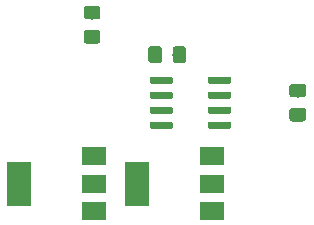
<source format=gbr>
G04 #@! TF.GenerationSoftware,KiCad,Pcbnew,(5.1.4-0-10_14)*
G04 #@! TF.CreationDate,2020-02-11T17:38:49-05:00*
G04 #@! TF.ProjectId,Chinchou,4368696e-6368-46f7-952e-6b696361645f,rev?*
G04 #@! TF.SameCoordinates,Original*
G04 #@! TF.FileFunction,Paste,Bot*
G04 #@! TF.FilePolarity,Positive*
%FSLAX46Y46*%
G04 Gerber Fmt 4.6, Leading zero omitted, Abs format (unit mm)*
G04 Created by KiCad (PCBNEW (5.1.4-0-10_14)) date 2020-02-11 17:38:49*
%MOMM*%
%LPD*%
G04 APERTURE LIST*
%ADD10R,2.000000X1.500000*%
%ADD11R,2.000000X3.800000*%
%ADD12C,0.100000*%
%ADD13C,1.150000*%
%ADD14C,0.600000*%
G04 APERTURE END LIST*
D10*
X30734000Y-29323000D03*
X30734000Y-33923000D03*
X30734000Y-31623000D03*
D11*
X24434000Y-31623000D03*
D12*
G36*
X36281505Y-20002204D02*
G01*
X36305773Y-20005804D01*
X36329572Y-20011765D01*
X36352671Y-20020030D01*
X36374850Y-20030520D01*
X36395893Y-20043132D01*
X36415599Y-20057747D01*
X36433777Y-20074223D01*
X36450253Y-20092401D01*
X36464868Y-20112107D01*
X36477480Y-20133150D01*
X36487970Y-20155329D01*
X36496235Y-20178428D01*
X36502196Y-20202227D01*
X36505796Y-20226495D01*
X36507000Y-20250999D01*
X36507000Y-21151001D01*
X36505796Y-21175505D01*
X36502196Y-21199773D01*
X36496235Y-21223572D01*
X36487970Y-21246671D01*
X36477480Y-21268850D01*
X36464868Y-21289893D01*
X36450253Y-21309599D01*
X36433777Y-21327777D01*
X36415599Y-21344253D01*
X36395893Y-21358868D01*
X36374850Y-21371480D01*
X36352671Y-21381970D01*
X36329572Y-21390235D01*
X36305773Y-21396196D01*
X36281505Y-21399796D01*
X36257001Y-21401000D01*
X35606999Y-21401000D01*
X35582495Y-21399796D01*
X35558227Y-21396196D01*
X35534428Y-21390235D01*
X35511329Y-21381970D01*
X35489150Y-21371480D01*
X35468107Y-21358868D01*
X35448401Y-21344253D01*
X35430223Y-21327777D01*
X35413747Y-21309599D01*
X35399132Y-21289893D01*
X35386520Y-21268850D01*
X35376030Y-21246671D01*
X35367765Y-21223572D01*
X35361804Y-21199773D01*
X35358204Y-21175505D01*
X35357000Y-21151001D01*
X35357000Y-20250999D01*
X35358204Y-20226495D01*
X35361804Y-20202227D01*
X35367765Y-20178428D01*
X35376030Y-20155329D01*
X35386520Y-20133150D01*
X35399132Y-20112107D01*
X35413747Y-20092401D01*
X35430223Y-20074223D01*
X35448401Y-20057747D01*
X35468107Y-20043132D01*
X35489150Y-20030520D01*
X35511329Y-20020030D01*
X35534428Y-20011765D01*
X35558227Y-20005804D01*
X35582495Y-20002204D01*
X35606999Y-20001000D01*
X36257001Y-20001000D01*
X36281505Y-20002204D01*
X36281505Y-20002204D01*
G37*
D13*
X35932000Y-20701000D03*
D12*
G36*
X38331505Y-20002204D02*
G01*
X38355773Y-20005804D01*
X38379572Y-20011765D01*
X38402671Y-20020030D01*
X38424850Y-20030520D01*
X38445893Y-20043132D01*
X38465599Y-20057747D01*
X38483777Y-20074223D01*
X38500253Y-20092401D01*
X38514868Y-20112107D01*
X38527480Y-20133150D01*
X38537970Y-20155329D01*
X38546235Y-20178428D01*
X38552196Y-20202227D01*
X38555796Y-20226495D01*
X38557000Y-20250999D01*
X38557000Y-21151001D01*
X38555796Y-21175505D01*
X38552196Y-21199773D01*
X38546235Y-21223572D01*
X38537970Y-21246671D01*
X38527480Y-21268850D01*
X38514868Y-21289893D01*
X38500253Y-21309599D01*
X38483777Y-21327777D01*
X38465599Y-21344253D01*
X38445893Y-21358868D01*
X38424850Y-21371480D01*
X38402671Y-21381970D01*
X38379572Y-21390235D01*
X38355773Y-21396196D01*
X38331505Y-21399796D01*
X38307001Y-21401000D01*
X37656999Y-21401000D01*
X37632495Y-21399796D01*
X37608227Y-21396196D01*
X37584428Y-21390235D01*
X37561329Y-21381970D01*
X37539150Y-21371480D01*
X37518107Y-21358868D01*
X37498401Y-21344253D01*
X37480223Y-21327777D01*
X37463747Y-21309599D01*
X37449132Y-21289893D01*
X37436520Y-21268850D01*
X37426030Y-21246671D01*
X37417765Y-21223572D01*
X37411804Y-21199773D01*
X37408204Y-21175505D01*
X37407000Y-21151001D01*
X37407000Y-20250999D01*
X37408204Y-20226495D01*
X37411804Y-20202227D01*
X37417765Y-20178428D01*
X37426030Y-20155329D01*
X37436520Y-20133150D01*
X37449132Y-20112107D01*
X37463747Y-20092401D01*
X37480223Y-20074223D01*
X37498401Y-20057747D01*
X37518107Y-20043132D01*
X37539150Y-20030520D01*
X37561329Y-20020030D01*
X37584428Y-20011765D01*
X37608227Y-20005804D01*
X37632495Y-20002204D01*
X37656999Y-20001000D01*
X38307001Y-20001000D01*
X38331505Y-20002204D01*
X38331505Y-20002204D01*
G37*
D13*
X37982000Y-20701000D03*
D12*
G36*
X48480505Y-23166204D02*
G01*
X48504773Y-23169804D01*
X48528572Y-23175765D01*
X48551671Y-23184030D01*
X48573850Y-23194520D01*
X48594893Y-23207132D01*
X48614599Y-23221747D01*
X48632777Y-23238223D01*
X48649253Y-23256401D01*
X48663868Y-23276107D01*
X48676480Y-23297150D01*
X48686970Y-23319329D01*
X48695235Y-23342428D01*
X48701196Y-23366227D01*
X48704796Y-23390495D01*
X48706000Y-23414999D01*
X48706000Y-24065001D01*
X48704796Y-24089505D01*
X48701196Y-24113773D01*
X48695235Y-24137572D01*
X48686970Y-24160671D01*
X48676480Y-24182850D01*
X48663868Y-24203893D01*
X48649253Y-24223599D01*
X48632777Y-24241777D01*
X48614599Y-24258253D01*
X48594893Y-24272868D01*
X48573850Y-24285480D01*
X48551671Y-24295970D01*
X48528572Y-24304235D01*
X48504773Y-24310196D01*
X48480505Y-24313796D01*
X48456001Y-24315000D01*
X47555999Y-24315000D01*
X47531495Y-24313796D01*
X47507227Y-24310196D01*
X47483428Y-24304235D01*
X47460329Y-24295970D01*
X47438150Y-24285480D01*
X47417107Y-24272868D01*
X47397401Y-24258253D01*
X47379223Y-24241777D01*
X47362747Y-24223599D01*
X47348132Y-24203893D01*
X47335520Y-24182850D01*
X47325030Y-24160671D01*
X47316765Y-24137572D01*
X47310804Y-24113773D01*
X47307204Y-24089505D01*
X47306000Y-24065001D01*
X47306000Y-23414999D01*
X47307204Y-23390495D01*
X47310804Y-23366227D01*
X47316765Y-23342428D01*
X47325030Y-23319329D01*
X47335520Y-23297150D01*
X47348132Y-23276107D01*
X47362747Y-23256401D01*
X47379223Y-23238223D01*
X47397401Y-23221747D01*
X47417107Y-23207132D01*
X47438150Y-23194520D01*
X47460329Y-23184030D01*
X47483428Y-23175765D01*
X47507227Y-23169804D01*
X47531495Y-23166204D01*
X47555999Y-23165000D01*
X48456001Y-23165000D01*
X48480505Y-23166204D01*
X48480505Y-23166204D01*
G37*
D13*
X48006000Y-23740000D03*
D12*
G36*
X48480505Y-25216204D02*
G01*
X48504773Y-25219804D01*
X48528572Y-25225765D01*
X48551671Y-25234030D01*
X48573850Y-25244520D01*
X48594893Y-25257132D01*
X48614599Y-25271747D01*
X48632777Y-25288223D01*
X48649253Y-25306401D01*
X48663868Y-25326107D01*
X48676480Y-25347150D01*
X48686970Y-25369329D01*
X48695235Y-25392428D01*
X48701196Y-25416227D01*
X48704796Y-25440495D01*
X48706000Y-25464999D01*
X48706000Y-26115001D01*
X48704796Y-26139505D01*
X48701196Y-26163773D01*
X48695235Y-26187572D01*
X48686970Y-26210671D01*
X48676480Y-26232850D01*
X48663868Y-26253893D01*
X48649253Y-26273599D01*
X48632777Y-26291777D01*
X48614599Y-26308253D01*
X48594893Y-26322868D01*
X48573850Y-26335480D01*
X48551671Y-26345970D01*
X48528572Y-26354235D01*
X48504773Y-26360196D01*
X48480505Y-26363796D01*
X48456001Y-26365000D01*
X47555999Y-26365000D01*
X47531495Y-26363796D01*
X47507227Y-26360196D01*
X47483428Y-26354235D01*
X47460329Y-26345970D01*
X47438150Y-26335480D01*
X47417107Y-26322868D01*
X47397401Y-26308253D01*
X47379223Y-26291777D01*
X47362747Y-26273599D01*
X47348132Y-26253893D01*
X47335520Y-26232850D01*
X47325030Y-26210671D01*
X47316765Y-26187572D01*
X47310804Y-26163773D01*
X47307204Y-26139505D01*
X47306000Y-26115001D01*
X47306000Y-25464999D01*
X47307204Y-25440495D01*
X47310804Y-25416227D01*
X47316765Y-25392428D01*
X47325030Y-25369329D01*
X47335520Y-25347150D01*
X47348132Y-25326107D01*
X47362747Y-25306401D01*
X47379223Y-25288223D01*
X47397401Y-25271747D01*
X47417107Y-25257132D01*
X47438150Y-25244520D01*
X47460329Y-25234030D01*
X47483428Y-25225765D01*
X47507227Y-25219804D01*
X47531495Y-25216204D01*
X47555999Y-25215000D01*
X48456001Y-25215000D01*
X48480505Y-25216204D01*
X48480505Y-25216204D01*
G37*
D13*
X48006000Y-25790000D03*
D10*
X40717000Y-29323000D03*
X40717000Y-33923000D03*
X40717000Y-31623000D03*
D11*
X34417000Y-31623000D03*
D12*
G36*
X42241703Y-26370722D02*
G01*
X42256264Y-26372882D01*
X42270543Y-26376459D01*
X42284403Y-26381418D01*
X42297710Y-26387712D01*
X42310336Y-26395280D01*
X42322159Y-26404048D01*
X42333066Y-26413934D01*
X42342952Y-26424841D01*
X42351720Y-26436664D01*
X42359288Y-26449290D01*
X42365582Y-26462597D01*
X42370541Y-26476457D01*
X42374118Y-26490736D01*
X42376278Y-26505297D01*
X42377000Y-26520000D01*
X42377000Y-26820000D01*
X42376278Y-26834703D01*
X42374118Y-26849264D01*
X42370541Y-26863543D01*
X42365582Y-26877403D01*
X42359288Y-26890710D01*
X42351720Y-26903336D01*
X42342952Y-26915159D01*
X42333066Y-26926066D01*
X42322159Y-26935952D01*
X42310336Y-26944720D01*
X42297710Y-26952288D01*
X42284403Y-26958582D01*
X42270543Y-26963541D01*
X42256264Y-26967118D01*
X42241703Y-26969278D01*
X42227000Y-26970000D01*
X40577000Y-26970000D01*
X40562297Y-26969278D01*
X40547736Y-26967118D01*
X40533457Y-26963541D01*
X40519597Y-26958582D01*
X40506290Y-26952288D01*
X40493664Y-26944720D01*
X40481841Y-26935952D01*
X40470934Y-26926066D01*
X40461048Y-26915159D01*
X40452280Y-26903336D01*
X40444712Y-26890710D01*
X40438418Y-26877403D01*
X40433459Y-26863543D01*
X40429882Y-26849264D01*
X40427722Y-26834703D01*
X40427000Y-26820000D01*
X40427000Y-26520000D01*
X40427722Y-26505297D01*
X40429882Y-26490736D01*
X40433459Y-26476457D01*
X40438418Y-26462597D01*
X40444712Y-26449290D01*
X40452280Y-26436664D01*
X40461048Y-26424841D01*
X40470934Y-26413934D01*
X40481841Y-26404048D01*
X40493664Y-26395280D01*
X40506290Y-26387712D01*
X40519597Y-26381418D01*
X40533457Y-26376459D01*
X40547736Y-26372882D01*
X40562297Y-26370722D01*
X40577000Y-26370000D01*
X42227000Y-26370000D01*
X42241703Y-26370722D01*
X42241703Y-26370722D01*
G37*
D14*
X41402000Y-26670000D03*
D12*
G36*
X42241703Y-25100722D02*
G01*
X42256264Y-25102882D01*
X42270543Y-25106459D01*
X42284403Y-25111418D01*
X42297710Y-25117712D01*
X42310336Y-25125280D01*
X42322159Y-25134048D01*
X42333066Y-25143934D01*
X42342952Y-25154841D01*
X42351720Y-25166664D01*
X42359288Y-25179290D01*
X42365582Y-25192597D01*
X42370541Y-25206457D01*
X42374118Y-25220736D01*
X42376278Y-25235297D01*
X42377000Y-25250000D01*
X42377000Y-25550000D01*
X42376278Y-25564703D01*
X42374118Y-25579264D01*
X42370541Y-25593543D01*
X42365582Y-25607403D01*
X42359288Y-25620710D01*
X42351720Y-25633336D01*
X42342952Y-25645159D01*
X42333066Y-25656066D01*
X42322159Y-25665952D01*
X42310336Y-25674720D01*
X42297710Y-25682288D01*
X42284403Y-25688582D01*
X42270543Y-25693541D01*
X42256264Y-25697118D01*
X42241703Y-25699278D01*
X42227000Y-25700000D01*
X40577000Y-25700000D01*
X40562297Y-25699278D01*
X40547736Y-25697118D01*
X40533457Y-25693541D01*
X40519597Y-25688582D01*
X40506290Y-25682288D01*
X40493664Y-25674720D01*
X40481841Y-25665952D01*
X40470934Y-25656066D01*
X40461048Y-25645159D01*
X40452280Y-25633336D01*
X40444712Y-25620710D01*
X40438418Y-25607403D01*
X40433459Y-25593543D01*
X40429882Y-25579264D01*
X40427722Y-25564703D01*
X40427000Y-25550000D01*
X40427000Y-25250000D01*
X40427722Y-25235297D01*
X40429882Y-25220736D01*
X40433459Y-25206457D01*
X40438418Y-25192597D01*
X40444712Y-25179290D01*
X40452280Y-25166664D01*
X40461048Y-25154841D01*
X40470934Y-25143934D01*
X40481841Y-25134048D01*
X40493664Y-25125280D01*
X40506290Y-25117712D01*
X40519597Y-25111418D01*
X40533457Y-25106459D01*
X40547736Y-25102882D01*
X40562297Y-25100722D01*
X40577000Y-25100000D01*
X42227000Y-25100000D01*
X42241703Y-25100722D01*
X42241703Y-25100722D01*
G37*
D14*
X41402000Y-25400000D03*
D12*
G36*
X42241703Y-23830722D02*
G01*
X42256264Y-23832882D01*
X42270543Y-23836459D01*
X42284403Y-23841418D01*
X42297710Y-23847712D01*
X42310336Y-23855280D01*
X42322159Y-23864048D01*
X42333066Y-23873934D01*
X42342952Y-23884841D01*
X42351720Y-23896664D01*
X42359288Y-23909290D01*
X42365582Y-23922597D01*
X42370541Y-23936457D01*
X42374118Y-23950736D01*
X42376278Y-23965297D01*
X42377000Y-23980000D01*
X42377000Y-24280000D01*
X42376278Y-24294703D01*
X42374118Y-24309264D01*
X42370541Y-24323543D01*
X42365582Y-24337403D01*
X42359288Y-24350710D01*
X42351720Y-24363336D01*
X42342952Y-24375159D01*
X42333066Y-24386066D01*
X42322159Y-24395952D01*
X42310336Y-24404720D01*
X42297710Y-24412288D01*
X42284403Y-24418582D01*
X42270543Y-24423541D01*
X42256264Y-24427118D01*
X42241703Y-24429278D01*
X42227000Y-24430000D01*
X40577000Y-24430000D01*
X40562297Y-24429278D01*
X40547736Y-24427118D01*
X40533457Y-24423541D01*
X40519597Y-24418582D01*
X40506290Y-24412288D01*
X40493664Y-24404720D01*
X40481841Y-24395952D01*
X40470934Y-24386066D01*
X40461048Y-24375159D01*
X40452280Y-24363336D01*
X40444712Y-24350710D01*
X40438418Y-24337403D01*
X40433459Y-24323543D01*
X40429882Y-24309264D01*
X40427722Y-24294703D01*
X40427000Y-24280000D01*
X40427000Y-23980000D01*
X40427722Y-23965297D01*
X40429882Y-23950736D01*
X40433459Y-23936457D01*
X40438418Y-23922597D01*
X40444712Y-23909290D01*
X40452280Y-23896664D01*
X40461048Y-23884841D01*
X40470934Y-23873934D01*
X40481841Y-23864048D01*
X40493664Y-23855280D01*
X40506290Y-23847712D01*
X40519597Y-23841418D01*
X40533457Y-23836459D01*
X40547736Y-23832882D01*
X40562297Y-23830722D01*
X40577000Y-23830000D01*
X42227000Y-23830000D01*
X42241703Y-23830722D01*
X42241703Y-23830722D01*
G37*
D14*
X41402000Y-24130000D03*
D12*
G36*
X42241703Y-22560722D02*
G01*
X42256264Y-22562882D01*
X42270543Y-22566459D01*
X42284403Y-22571418D01*
X42297710Y-22577712D01*
X42310336Y-22585280D01*
X42322159Y-22594048D01*
X42333066Y-22603934D01*
X42342952Y-22614841D01*
X42351720Y-22626664D01*
X42359288Y-22639290D01*
X42365582Y-22652597D01*
X42370541Y-22666457D01*
X42374118Y-22680736D01*
X42376278Y-22695297D01*
X42377000Y-22710000D01*
X42377000Y-23010000D01*
X42376278Y-23024703D01*
X42374118Y-23039264D01*
X42370541Y-23053543D01*
X42365582Y-23067403D01*
X42359288Y-23080710D01*
X42351720Y-23093336D01*
X42342952Y-23105159D01*
X42333066Y-23116066D01*
X42322159Y-23125952D01*
X42310336Y-23134720D01*
X42297710Y-23142288D01*
X42284403Y-23148582D01*
X42270543Y-23153541D01*
X42256264Y-23157118D01*
X42241703Y-23159278D01*
X42227000Y-23160000D01*
X40577000Y-23160000D01*
X40562297Y-23159278D01*
X40547736Y-23157118D01*
X40533457Y-23153541D01*
X40519597Y-23148582D01*
X40506290Y-23142288D01*
X40493664Y-23134720D01*
X40481841Y-23125952D01*
X40470934Y-23116066D01*
X40461048Y-23105159D01*
X40452280Y-23093336D01*
X40444712Y-23080710D01*
X40438418Y-23067403D01*
X40433459Y-23053543D01*
X40429882Y-23039264D01*
X40427722Y-23024703D01*
X40427000Y-23010000D01*
X40427000Y-22710000D01*
X40427722Y-22695297D01*
X40429882Y-22680736D01*
X40433459Y-22666457D01*
X40438418Y-22652597D01*
X40444712Y-22639290D01*
X40452280Y-22626664D01*
X40461048Y-22614841D01*
X40470934Y-22603934D01*
X40481841Y-22594048D01*
X40493664Y-22585280D01*
X40506290Y-22577712D01*
X40519597Y-22571418D01*
X40533457Y-22566459D01*
X40547736Y-22562882D01*
X40562297Y-22560722D01*
X40577000Y-22560000D01*
X42227000Y-22560000D01*
X42241703Y-22560722D01*
X42241703Y-22560722D01*
G37*
D14*
X41402000Y-22860000D03*
D12*
G36*
X37291703Y-22560722D02*
G01*
X37306264Y-22562882D01*
X37320543Y-22566459D01*
X37334403Y-22571418D01*
X37347710Y-22577712D01*
X37360336Y-22585280D01*
X37372159Y-22594048D01*
X37383066Y-22603934D01*
X37392952Y-22614841D01*
X37401720Y-22626664D01*
X37409288Y-22639290D01*
X37415582Y-22652597D01*
X37420541Y-22666457D01*
X37424118Y-22680736D01*
X37426278Y-22695297D01*
X37427000Y-22710000D01*
X37427000Y-23010000D01*
X37426278Y-23024703D01*
X37424118Y-23039264D01*
X37420541Y-23053543D01*
X37415582Y-23067403D01*
X37409288Y-23080710D01*
X37401720Y-23093336D01*
X37392952Y-23105159D01*
X37383066Y-23116066D01*
X37372159Y-23125952D01*
X37360336Y-23134720D01*
X37347710Y-23142288D01*
X37334403Y-23148582D01*
X37320543Y-23153541D01*
X37306264Y-23157118D01*
X37291703Y-23159278D01*
X37277000Y-23160000D01*
X35627000Y-23160000D01*
X35612297Y-23159278D01*
X35597736Y-23157118D01*
X35583457Y-23153541D01*
X35569597Y-23148582D01*
X35556290Y-23142288D01*
X35543664Y-23134720D01*
X35531841Y-23125952D01*
X35520934Y-23116066D01*
X35511048Y-23105159D01*
X35502280Y-23093336D01*
X35494712Y-23080710D01*
X35488418Y-23067403D01*
X35483459Y-23053543D01*
X35479882Y-23039264D01*
X35477722Y-23024703D01*
X35477000Y-23010000D01*
X35477000Y-22710000D01*
X35477722Y-22695297D01*
X35479882Y-22680736D01*
X35483459Y-22666457D01*
X35488418Y-22652597D01*
X35494712Y-22639290D01*
X35502280Y-22626664D01*
X35511048Y-22614841D01*
X35520934Y-22603934D01*
X35531841Y-22594048D01*
X35543664Y-22585280D01*
X35556290Y-22577712D01*
X35569597Y-22571418D01*
X35583457Y-22566459D01*
X35597736Y-22562882D01*
X35612297Y-22560722D01*
X35627000Y-22560000D01*
X37277000Y-22560000D01*
X37291703Y-22560722D01*
X37291703Y-22560722D01*
G37*
D14*
X36452000Y-22860000D03*
D12*
G36*
X37291703Y-23830722D02*
G01*
X37306264Y-23832882D01*
X37320543Y-23836459D01*
X37334403Y-23841418D01*
X37347710Y-23847712D01*
X37360336Y-23855280D01*
X37372159Y-23864048D01*
X37383066Y-23873934D01*
X37392952Y-23884841D01*
X37401720Y-23896664D01*
X37409288Y-23909290D01*
X37415582Y-23922597D01*
X37420541Y-23936457D01*
X37424118Y-23950736D01*
X37426278Y-23965297D01*
X37427000Y-23980000D01*
X37427000Y-24280000D01*
X37426278Y-24294703D01*
X37424118Y-24309264D01*
X37420541Y-24323543D01*
X37415582Y-24337403D01*
X37409288Y-24350710D01*
X37401720Y-24363336D01*
X37392952Y-24375159D01*
X37383066Y-24386066D01*
X37372159Y-24395952D01*
X37360336Y-24404720D01*
X37347710Y-24412288D01*
X37334403Y-24418582D01*
X37320543Y-24423541D01*
X37306264Y-24427118D01*
X37291703Y-24429278D01*
X37277000Y-24430000D01*
X35627000Y-24430000D01*
X35612297Y-24429278D01*
X35597736Y-24427118D01*
X35583457Y-24423541D01*
X35569597Y-24418582D01*
X35556290Y-24412288D01*
X35543664Y-24404720D01*
X35531841Y-24395952D01*
X35520934Y-24386066D01*
X35511048Y-24375159D01*
X35502280Y-24363336D01*
X35494712Y-24350710D01*
X35488418Y-24337403D01*
X35483459Y-24323543D01*
X35479882Y-24309264D01*
X35477722Y-24294703D01*
X35477000Y-24280000D01*
X35477000Y-23980000D01*
X35477722Y-23965297D01*
X35479882Y-23950736D01*
X35483459Y-23936457D01*
X35488418Y-23922597D01*
X35494712Y-23909290D01*
X35502280Y-23896664D01*
X35511048Y-23884841D01*
X35520934Y-23873934D01*
X35531841Y-23864048D01*
X35543664Y-23855280D01*
X35556290Y-23847712D01*
X35569597Y-23841418D01*
X35583457Y-23836459D01*
X35597736Y-23832882D01*
X35612297Y-23830722D01*
X35627000Y-23830000D01*
X37277000Y-23830000D01*
X37291703Y-23830722D01*
X37291703Y-23830722D01*
G37*
D14*
X36452000Y-24130000D03*
D12*
G36*
X37291703Y-25100722D02*
G01*
X37306264Y-25102882D01*
X37320543Y-25106459D01*
X37334403Y-25111418D01*
X37347710Y-25117712D01*
X37360336Y-25125280D01*
X37372159Y-25134048D01*
X37383066Y-25143934D01*
X37392952Y-25154841D01*
X37401720Y-25166664D01*
X37409288Y-25179290D01*
X37415582Y-25192597D01*
X37420541Y-25206457D01*
X37424118Y-25220736D01*
X37426278Y-25235297D01*
X37427000Y-25250000D01*
X37427000Y-25550000D01*
X37426278Y-25564703D01*
X37424118Y-25579264D01*
X37420541Y-25593543D01*
X37415582Y-25607403D01*
X37409288Y-25620710D01*
X37401720Y-25633336D01*
X37392952Y-25645159D01*
X37383066Y-25656066D01*
X37372159Y-25665952D01*
X37360336Y-25674720D01*
X37347710Y-25682288D01*
X37334403Y-25688582D01*
X37320543Y-25693541D01*
X37306264Y-25697118D01*
X37291703Y-25699278D01*
X37277000Y-25700000D01*
X35627000Y-25700000D01*
X35612297Y-25699278D01*
X35597736Y-25697118D01*
X35583457Y-25693541D01*
X35569597Y-25688582D01*
X35556290Y-25682288D01*
X35543664Y-25674720D01*
X35531841Y-25665952D01*
X35520934Y-25656066D01*
X35511048Y-25645159D01*
X35502280Y-25633336D01*
X35494712Y-25620710D01*
X35488418Y-25607403D01*
X35483459Y-25593543D01*
X35479882Y-25579264D01*
X35477722Y-25564703D01*
X35477000Y-25550000D01*
X35477000Y-25250000D01*
X35477722Y-25235297D01*
X35479882Y-25220736D01*
X35483459Y-25206457D01*
X35488418Y-25192597D01*
X35494712Y-25179290D01*
X35502280Y-25166664D01*
X35511048Y-25154841D01*
X35520934Y-25143934D01*
X35531841Y-25134048D01*
X35543664Y-25125280D01*
X35556290Y-25117712D01*
X35569597Y-25111418D01*
X35583457Y-25106459D01*
X35597736Y-25102882D01*
X35612297Y-25100722D01*
X35627000Y-25100000D01*
X37277000Y-25100000D01*
X37291703Y-25100722D01*
X37291703Y-25100722D01*
G37*
D14*
X36452000Y-25400000D03*
D12*
G36*
X37291703Y-26370722D02*
G01*
X37306264Y-26372882D01*
X37320543Y-26376459D01*
X37334403Y-26381418D01*
X37347710Y-26387712D01*
X37360336Y-26395280D01*
X37372159Y-26404048D01*
X37383066Y-26413934D01*
X37392952Y-26424841D01*
X37401720Y-26436664D01*
X37409288Y-26449290D01*
X37415582Y-26462597D01*
X37420541Y-26476457D01*
X37424118Y-26490736D01*
X37426278Y-26505297D01*
X37427000Y-26520000D01*
X37427000Y-26820000D01*
X37426278Y-26834703D01*
X37424118Y-26849264D01*
X37420541Y-26863543D01*
X37415582Y-26877403D01*
X37409288Y-26890710D01*
X37401720Y-26903336D01*
X37392952Y-26915159D01*
X37383066Y-26926066D01*
X37372159Y-26935952D01*
X37360336Y-26944720D01*
X37347710Y-26952288D01*
X37334403Y-26958582D01*
X37320543Y-26963541D01*
X37306264Y-26967118D01*
X37291703Y-26969278D01*
X37277000Y-26970000D01*
X35627000Y-26970000D01*
X35612297Y-26969278D01*
X35597736Y-26967118D01*
X35583457Y-26963541D01*
X35569597Y-26958582D01*
X35556290Y-26952288D01*
X35543664Y-26944720D01*
X35531841Y-26935952D01*
X35520934Y-26926066D01*
X35511048Y-26915159D01*
X35502280Y-26903336D01*
X35494712Y-26890710D01*
X35488418Y-26877403D01*
X35483459Y-26863543D01*
X35479882Y-26849264D01*
X35477722Y-26834703D01*
X35477000Y-26820000D01*
X35477000Y-26520000D01*
X35477722Y-26505297D01*
X35479882Y-26490736D01*
X35483459Y-26476457D01*
X35488418Y-26462597D01*
X35494712Y-26449290D01*
X35502280Y-26436664D01*
X35511048Y-26424841D01*
X35520934Y-26413934D01*
X35531841Y-26404048D01*
X35543664Y-26395280D01*
X35556290Y-26387712D01*
X35569597Y-26381418D01*
X35583457Y-26376459D01*
X35597736Y-26372882D01*
X35612297Y-26370722D01*
X35627000Y-26370000D01*
X37277000Y-26370000D01*
X37291703Y-26370722D01*
X37291703Y-26370722D01*
G37*
D14*
X36452000Y-26670000D03*
D12*
G36*
X31081505Y-16571204D02*
G01*
X31105773Y-16574804D01*
X31129572Y-16580765D01*
X31152671Y-16589030D01*
X31174850Y-16599520D01*
X31195893Y-16612132D01*
X31215599Y-16626747D01*
X31233777Y-16643223D01*
X31250253Y-16661401D01*
X31264868Y-16681107D01*
X31277480Y-16702150D01*
X31287970Y-16724329D01*
X31296235Y-16747428D01*
X31302196Y-16771227D01*
X31305796Y-16795495D01*
X31307000Y-16819999D01*
X31307000Y-17470001D01*
X31305796Y-17494505D01*
X31302196Y-17518773D01*
X31296235Y-17542572D01*
X31287970Y-17565671D01*
X31277480Y-17587850D01*
X31264868Y-17608893D01*
X31250253Y-17628599D01*
X31233777Y-17646777D01*
X31215599Y-17663253D01*
X31195893Y-17677868D01*
X31174850Y-17690480D01*
X31152671Y-17700970D01*
X31129572Y-17709235D01*
X31105773Y-17715196D01*
X31081505Y-17718796D01*
X31057001Y-17720000D01*
X30156999Y-17720000D01*
X30132495Y-17718796D01*
X30108227Y-17715196D01*
X30084428Y-17709235D01*
X30061329Y-17700970D01*
X30039150Y-17690480D01*
X30018107Y-17677868D01*
X29998401Y-17663253D01*
X29980223Y-17646777D01*
X29963747Y-17628599D01*
X29949132Y-17608893D01*
X29936520Y-17587850D01*
X29926030Y-17565671D01*
X29917765Y-17542572D01*
X29911804Y-17518773D01*
X29908204Y-17494505D01*
X29907000Y-17470001D01*
X29907000Y-16819999D01*
X29908204Y-16795495D01*
X29911804Y-16771227D01*
X29917765Y-16747428D01*
X29926030Y-16724329D01*
X29936520Y-16702150D01*
X29949132Y-16681107D01*
X29963747Y-16661401D01*
X29980223Y-16643223D01*
X29998401Y-16626747D01*
X30018107Y-16612132D01*
X30039150Y-16599520D01*
X30061329Y-16589030D01*
X30084428Y-16580765D01*
X30108227Y-16574804D01*
X30132495Y-16571204D01*
X30156999Y-16570000D01*
X31057001Y-16570000D01*
X31081505Y-16571204D01*
X31081505Y-16571204D01*
G37*
D13*
X30607000Y-17145000D03*
D12*
G36*
X31081505Y-18621204D02*
G01*
X31105773Y-18624804D01*
X31129572Y-18630765D01*
X31152671Y-18639030D01*
X31174850Y-18649520D01*
X31195893Y-18662132D01*
X31215599Y-18676747D01*
X31233777Y-18693223D01*
X31250253Y-18711401D01*
X31264868Y-18731107D01*
X31277480Y-18752150D01*
X31287970Y-18774329D01*
X31296235Y-18797428D01*
X31302196Y-18821227D01*
X31305796Y-18845495D01*
X31307000Y-18869999D01*
X31307000Y-19520001D01*
X31305796Y-19544505D01*
X31302196Y-19568773D01*
X31296235Y-19592572D01*
X31287970Y-19615671D01*
X31277480Y-19637850D01*
X31264868Y-19658893D01*
X31250253Y-19678599D01*
X31233777Y-19696777D01*
X31215599Y-19713253D01*
X31195893Y-19727868D01*
X31174850Y-19740480D01*
X31152671Y-19750970D01*
X31129572Y-19759235D01*
X31105773Y-19765196D01*
X31081505Y-19768796D01*
X31057001Y-19770000D01*
X30156999Y-19770000D01*
X30132495Y-19768796D01*
X30108227Y-19765196D01*
X30084428Y-19759235D01*
X30061329Y-19750970D01*
X30039150Y-19740480D01*
X30018107Y-19727868D01*
X29998401Y-19713253D01*
X29980223Y-19696777D01*
X29963747Y-19678599D01*
X29949132Y-19658893D01*
X29936520Y-19637850D01*
X29926030Y-19615671D01*
X29917765Y-19592572D01*
X29911804Y-19568773D01*
X29908204Y-19544505D01*
X29907000Y-19520001D01*
X29907000Y-18869999D01*
X29908204Y-18845495D01*
X29911804Y-18821227D01*
X29917765Y-18797428D01*
X29926030Y-18774329D01*
X29936520Y-18752150D01*
X29949132Y-18731107D01*
X29963747Y-18711401D01*
X29980223Y-18693223D01*
X29998401Y-18676747D01*
X30018107Y-18662132D01*
X30039150Y-18649520D01*
X30061329Y-18639030D01*
X30084428Y-18630765D01*
X30108227Y-18624804D01*
X30132495Y-18621204D01*
X30156999Y-18620000D01*
X31057001Y-18620000D01*
X31081505Y-18621204D01*
X31081505Y-18621204D01*
G37*
D13*
X30607000Y-19195000D03*
M02*

</source>
